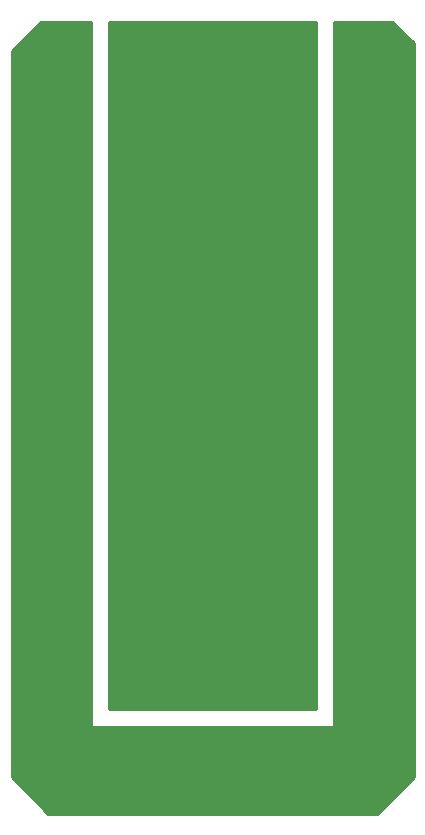
<source format=gbr>
G04 #@! TF.FileFunction,Copper,L1,Top,Signal*
%FSLAX46Y46*%
G04 Gerber Fmt 4.6, Leading zero omitted, Abs format (unit mm)*
G04 Created by KiCad (PCBNEW 4.0.7-e2-6376~58~ubuntu16.04.1) date Mon Sep 11 23:35:24 2017*
%MOMM*%
%LPD*%
G01*
G04 APERTURE LIST*
%ADD10C,0.100000*%
%ADD11C,6.000000*%
%ADD12C,0.254000*%
G04 APERTURE END LIST*
D10*
D11*
X140970000Y-58420000D03*
X133470000Y-58420000D03*
X140970000Y-68580000D03*
X133470000Y-68580000D03*
X140970000Y-78740000D03*
X133470000Y-78740000D03*
X140970000Y-88900000D03*
X133470000Y-88900000D03*
X140970000Y-99060000D03*
X133470000Y-99060000D03*
X140970000Y-109220000D03*
X133470000Y-109220000D03*
X114300000Y-58420000D03*
X121800000Y-58420000D03*
X114300000Y-68580000D03*
X121800000Y-68580000D03*
X114300000Y-78740000D03*
X121800000Y-78740000D03*
X114300000Y-88900000D03*
X121800000Y-88900000D03*
X114300000Y-99060000D03*
X121800000Y-99060000D03*
X114300000Y-109220000D03*
X121800000Y-109220000D03*
D12*
G36*
X117348000Y-114300000D02*
X117358006Y-114349410D01*
X117386447Y-114391035D01*
X117428841Y-114418315D01*
X117475000Y-114427000D01*
X137795000Y-114427000D01*
X137844410Y-114416994D01*
X137886035Y-114388553D01*
X137913315Y-114346159D01*
X137922000Y-114300000D01*
X137922000Y-54737000D01*
X142822394Y-54737000D01*
X144653000Y-56567606D01*
X144653000Y-118692394D01*
X141552394Y-121793000D01*
X113717606Y-121793000D01*
X110617000Y-118692394D01*
X110617000Y-57202606D01*
X113082606Y-54737000D01*
X117348000Y-54737000D01*
X117348000Y-114300000D01*
X117348000Y-114300000D01*
G37*
X117348000Y-114300000D02*
X117358006Y-114349410D01*
X117386447Y-114391035D01*
X117428841Y-114418315D01*
X117475000Y-114427000D01*
X137795000Y-114427000D01*
X137844410Y-114416994D01*
X137886035Y-114388553D01*
X137913315Y-114346159D01*
X137922000Y-114300000D01*
X137922000Y-54737000D01*
X142822394Y-54737000D01*
X144653000Y-56567606D01*
X144653000Y-118692394D01*
X141552394Y-121793000D01*
X113717606Y-121793000D01*
X110617000Y-118692394D01*
X110617000Y-57202606D01*
X113082606Y-54737000D01*
X117348000Y-54737000D01*
X117348000Y-114300000D01*
G36*
X136398000Y-112903000D02*
X118872000Y-112903000D01*
X118872000Y-54737000D01*
X136398000Y-54737000D01*
X136398000Y-112903000D01*
X136398000Y-112903000D01*
G37*
X136398000Y-112903000D02*
X118872000Y-112903000D01*
X118872000Y-54737000D01*
X136398000Y-54737000D01*
X136398000Y-112903000D01*
M02*

</source>
